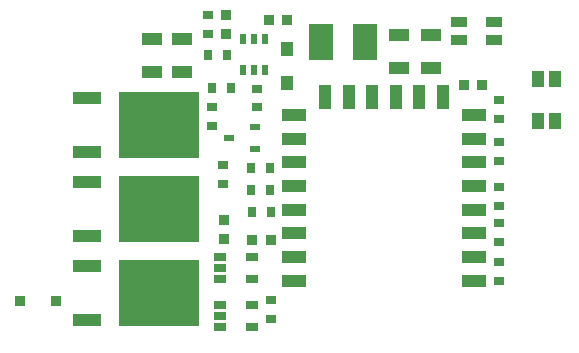
<source format=gbr>
%TF.GenerationSoftware,Altium Limited,Altium Designer,20.1.8 (145)*%
G04 Layer_Color=8421504*
%FSLAX45Y45*%
%MOMM*%
%TF.SameCoordinates,D4C556C9-1411-47D8-9651-3FCF20F6754B*%
%TF.FilePolarity,Positive*%
%TF.FileFunction,Paste,Top*%
%TF.Part,Single*%
G01*
G75*
%TA.AperFunction,SMDPad,CuDef*%
G04:AMPARAMS|DCode=10|XSize=0.8mm|YSize=0.8mm|CornerRadius=0.004mm|HoleSize=0mm|Usage=FLASHONLY|Rotation=180.000|XOffset=0mm|YOffset=0mm|HoleType=Round|Shape=RoundedRectangle|*
%AMROUNDEDRECTD10*
21,1,0.80000,0.79200,0,0,180.0*
21,1,0.79200,0.80000,0,0,180.0*
1,1,0.00800,-0.39600,0.39600*
1,1,0.00800,0.39600,0.39600*
1,1,0.00800,0.39600,-0.39600*
1,1,0.00800,-0.39600,-0.39600*
%
%ADD10ROUNDEDRECTD10*%
G04:AMPARAMS|DCode=12|XSize=0.8mm|YSize=0.75mm|CornerRadius=0.00375mm|HoleSize=0mm|Usage=FLASHONLY|Rotation=90.000|XOffset=0mm|YOffset=0mm|HoleType=Round|Shape=RoundedRectangle|*
%AMROUNDEDRECTD12*
21,1,0.80000,0.74250,0,0,90.0*
21,1,0.79250,0.75000,0,0,90.0*
1,1,0.00750,0.37125,0.39625*
1,1,0.00750,0.37125,-0.39625*
1,1,0.00750,-0.37125,-0.39625*
1,1,0.00750,-0.37125,0.39625*
%
%ADD12ROUNDEDRECTD12*%
%TA.AperFunction,ConnectorPad*%
G04:AMPARAMS|DCode=13|XSize=0.8mm|YSize=0.75mm|CornerRadius=0.00375mm|HoleSize=0mm|Usage=FLASHONLY|Rotation=0.000|XOffset=0mm|YOffset=0mm|HoleType=Round|Shape=RoundedRectangle|*
%AMROUNDEDRECTD13*
21,1,0.80000,0.74250,0,0,0.0*
21,1,0.79250,0.75000,0,0,0.0*
1,1,0.00750,0.39625,-0.37125*
1,1,0.00750,-0.39625,-0.37125*
1,1,0.00750,-0.39625,0.37125*
1,1,0.00750,0.39625,0.37125*
%
%ADD13ROUNDEDRECTD13*%
%TA.AperFunction,SMDPad,CuDef*%
G04:AMPARAMS|DCode=14|XSize=0.8mm|YSize=0.75mm|CornerRadius=0.00375mm|HoleSize=0mm|Usage=FLASHONLY|Rotation=0.000|XOffset=0mm|YOffset=0mm|HoleType=Round|Shape=RoundedRectangle|*
%AMROUNDEDRECTD14*
21,1,0.80000,0.74250,0,0,0.0*
21,1,0.79250,0.75000,0,0,0.0*
1,1,0.00750,0.39625,-0.37125*
1,1,0.00750,-0.39625,-0.37125*
1,1,0.00750,-0.39625,0.37125*
1,1,0.00750,0.39625,0.37125*
%
%ADD14ROUNDEDRECTD14*%
G04:AMPARAMS|DCode=15|XSize=0.95mm|YSize=2.4mm|CornerRadius=0.00475mm|HoleSize=0mm|Usage=FLASHONLY|Rotation=90.000|XOffset=0mm|YOffset=0mm|HoleType=Round|Shape=RoundedRectangle|*
%AMROUNDEDRECTD15*
21,1,0.95000,2.39050,0,0,90.0*
21,1,0.94050,2.40000,0,0,90.0*
1,1,0.00950,1.19525,0.47025*
1,1,0.00950,1.19525,-0.47025*
1,1,0.00950,-1.19525,-0.47025*
1,1,0.00950,-1.19525,0.47025*
%
%ADD15ROUNDEDRECTD15*%
G04:AMPARAMS|DCode=16|XSize=5.55mm|YSize=6.8mm|CornerRadius=0.02775mm|HoleSize=0mm|Usage=FLASHONLY|Rotation=90.000|XOffset=0mm|YOffset=0mm|HoleType=Round|Shape=RoundedRectangle|*
%AMROUNDEDRECTD16*
21,1,5.55000,6.74450,0,0,90.0*
21,1,5.49450,6.80000,0,0,90.0*
1,1,0.05550,3.37225,2.74725*
1,1,0.05550,3.37225,-2.74725*
1,1,0.05550,-3.37225,-2.74725*
1,1,0.05550,-3.37225,2.74725*
%
%ADD16ROUNDEDRECTD16*%
G04:AMPARAMS|DCode=17|XSize=1.65mm|YSize=0.95mm|CornerRadius=0.00475mm|HoleSize=0mm|Usage=FLASHONLY|Rotation=0.000|XOffset=0mm|YOffset=0mm|HoleType=Round|Shape=RoundedRectangle|*
%AMROUNDEDRECTD17*
21,1,1.65000,0.94050,0,0,0.0*
21,1,1.64050,0.95000,0,0,0.0*
1,1,0.00950,0.82025,-0.47025*
1,1,0.00950,-0.82025,-0.47025*
1,1,0.00950,-0.82025,0.47025*
1,1,0.00950,0.82025,0.47025*
%
%ADD17ROUNDEDRECTD17*%
G04:AMPARAMS|DCode=18|XSize=0.8mm|YSize=0.8mm|CornerRadius=0.004mm|HoleSize=0mm|Usage=FLASHONLY|Rotation=90.000|XOffset=0mm|YOffset=0mm|HoleType=Round|Shape=RoundedRectangle|*
%AMROUNDEDRECTD18*
21,1,0.80000,0.79200,0,0,90.0*
21,1,0.79200,0.80000,0,0,90.0*
1,1,0.00800,0.39600,0.39600*
1,1,0.00800,0.39600,-0.39600*
1,1,0.00800,-0.39600,-0.39600*
1,1,0.00800,-0.39600,0.39600*
%
%ADD18ROUNDEDRECTD18*%
G04:AMPARAMS|DCode=19|XSize=0.54mm|YSize=0.9mm|CornerRadius=0.0027mm|HoleSize=0mm|Usage=FLASHONLY|Rotation=0.000|XOffset=0mm|YOffset=0mm|HoleType=Round|Shape=RoundedRectangle|*
%AMROUNDEDRECTD19*
21,1,0.54000,0.89460,0,0,0.0*
21,1,0.53460,0.90000,0,0,0.0*
1,1,0.00540,0.26730,-0.44730*
1,1,0.00540,-0.26730,-0.44730*
1,1,0.00540,-0.26730,0.44730*
1,1,0.00540,0.26730,0.44730*
%
%ADD19ROUNDEDRECTD19*%
G04:AMPARAMS|DCode=20|XSize=0.6mm|YSize=1.05mm|CornerRadius=0.03mm|HoleSize=0mm|Usage=FLASHONLY|Rotation=90.000|XOffset=0mm|YOffset=0mm|HoleType=Round|Shape=RoundedRectangle|*
%AMROUNDEDRECTD20*
21,1,0.60000,0.99000,0,0,90.0*
21,1,0.54000,1.05000,0,0,90.0*
1,1,0.06000,0.49500,0.27000*
1,1,0.06000,0.49500,-0.27000*
1,1,0.06000,-0.49500,-0.27000*
1,1,0.06000,-0.49500,0.27000*
%
%ADD20ROUNDEDRECTD20*%
%TA.AperFunction,ConnectorPad*%
G04:AMPARAMS|DCode=21|XSize=1mm|YSize=2mm|CornerRadius=0.005mm|HoleSize=0mm|Usage=FLASHONLY|Rotation=270.000|XOffset=0mm|YOffset=0mm|HoleType=Round|Shape=RoundedRectangle|*
%AMROUNDEDRECTD21*
21,1,1.00000,1.99000,0,0,270.0*
21,1,0.99000,2.00000,0,0,270.0*
1,1,0.01000,-0.99500,-0.49500*
1,1,0.01000,-0.99500,0.49500*
1,1,0.01000,0.99500,0.49500*
1,1,0.01000,0.99500,-0.49500*
%
%ADD21ROUNDEDRECTD21*%
G04:AMPARAMS|DCode=22|XSize=1mm|YSize=2mm|CornerRadius=0.005mm|HoleSize=0mm|Usage=FLASHONLY|Rotation=0.000|XOffset=0mm|YOffset=0mm|HoleType=Round|Shape=RoundedRectangle|*
%AMROUNDEDRECTD22*
21,1,1.00000,1.99000,0,0,0.0*
21,1,0.99000,2.00000,0,0,0.0*
1,1,0.01000,0.49500,-0.99500*
1,1,0.01000,-0.49500,-0.99500*
1,1,0.01000,-0.49500,0.99500*
1,1,0.01000,0.49500,0.99500*
%
%ADD22ROUNDEDRECTD22*%
%TA.AperFunction,SMDPad,CuDef*%
%ADD23R,2.00000X3.10000*%
%TA.AperFunction,ConnectorPad*%
G04:AMPARAMS|DCode=24|XSize=1.4mm|YSize=1.05mm|CornerRadius=0.00525mm|HoleSize=0mm|Usage=FLASHONLY|Rotation=90.000|XOffset=0mm|YOffset=0mm|HoleType=Round|Shape=RoundedRectangle|*
%AMROUNDEDRECTD24*
21,1,1.40000,1.03950,0,0,90.0*
21,1,1.38950,1.05000,0,0,90.0*
1,1,0.01050,0.51975,0.69475*
1,1,0.01050,0.51975,-0.69475*
1,1,0.01050,-0.51975,-0.69475*
1,1,0.01050,-0.51975,0.69475*
%
%ADD24ROUNDEDRECTD24*%
%TA.AperFunction,SMDPad,CuDef*%
%ADD25R,1.05000X1.25000*%
G04:AMPARAMS|DCode=26|XSize=0.8mm|YSize=1.4mm|CornerRadius=0.004mm|HoleSize=0mm|Usage=FLASHONLY|Rotation=90.000|XOffset=0mm|YOffset=0mm|HoleType=Round|Shape=RoundedRectangle|*
%AMROUNDEDRECTD26*
21,1,0.80000,1.39200,0,0,90.0*
21,1,0.79200,1.40000,0,0,90.0*
1,1,0.00800,0.69600,0.39600*
1,1,0.00800,0.69600,-0.39600*
1,1,0.00800,-0.69600,-0.39600*
1,1,0.00800,-0.69600,0.39600*
%
%ADD26ROUNDEDRECTD26*%
G04:AMPARAMS|DCode=27|XSize=0.55mm|YSize=0.8mm|CornerRadius=0.00275mm|HoleSize=0mm|Usage=FLASHONLY|Rotation=270.000|XOffset=0mm|YOffset=0mm|HoleType=Round|Shape=RoundedRectangle|*
%AMROUNDEDRECTD27*
21,1,0.55000,0.79450,0,0,270.0*
21,1,0.54450,0.80000,0,0,270.0*
1,1,0.00550,-0.39725,-0.27225*
1,1,0.00550,-0.39725,0.27225*
1,1,0.00550,0.39725,0.27225*
1,1,0.00550,0.39725,-0.27225*
%
%ADD27ROUNDEDRECTD27*%
D10*
X2070398Y2939380D02*
D03*
Y3099380D02*
D03*
X2058138Y1368861D02*
D03*
Y1208860D02*
D03*
D12*
X1920328Y2761849D02*
D03*
X2080328D02*
D03*
X2442900Y1810011D02*
D03*
X2282900D02*
D03*
X2444705Y1619136D02*
D03*
X2284704D02*
D03*
X1957123Y2484542D02*
D03*
X2117124D02*
D03*
X2453852Y1433340D02*
D03*
X2293852D02*
D03*
D13*
X1920322Y3100384D02*
D03*
Y2940384D02*
D03*
D14*
X4388613Y2028900D02*
D03*
Y1868900D02*
D03*
Y1645745D02*
D03*
Y1485745D02*
D03*
Y2379579D02*
D03*
Y2219578D02*
D03*
X4388680Y846620D02*
D03*
Y1006620D02*
D03*
X4388613Y1176600D02*
D03*
Y1336600D02*
D03*
X2336817Y2318694D02*
D03*
Y2478694D02*
D03*
X1954583Y2158694D02*
D03*
Y2318694D02*
D03*
X2050518Y1671133D02*
D03*
Y1831133D02*
D03*
X2455865Y530650D02*
D03*
Y690650D02*
D03*
D15*
X896475Y977165D02*
D03*
Y519165D02*
D03*
Y1684810D02*
D03*
Y1226810D02*
D03*
Y2397535D02*
D03*
Y1939535D02*
D03*
D16*
X1506475Y748165D02*
D03*
Y1455810D02*
D03*
Y2168535D02*
D03*
D17*
X1704360Y2620438D02*
D03*
Y2900438D02*
D03*
X3806335Y2929594D02*
D03*
Y2649594D02*
D03*
X3536710Y2929594D02*
D03*
Y2649594D02*
D03*
X1447828Y2620438D02*
D03*
Y2900438D02*
D03*
D18*
X2433879Y3058550D02*
D03*
X2593879D02*
D03*
X2455038Y1200415D02*
D03*
X2295038D02*
D03*
X4084480Y2512284D02*
D03*
X4244480D02*
D03*
X332909Y682174D02*
D03*
X637909D02*
D03*
D19*
X2215171Y2639429D02*
D03*
X2310171D02*
D03*
X2405171D02*
D03*
X2215171Y2894429D02*
D03*
X2310171D02*
D03*
X2405171D02*
D03*
D20*
X2020038Y1053265D02*
D03*
Y958265D02*
D03*
Y863265D02*
D03*
X2295038D02*
D03*
Y1053265D02*
D03*
X2020038Y648520D02*
D03*
Y553520D02*
D03*
Y458520D02*
D03*
X2295038D02*
D03*
Y648520D02*
D03*
D21*
X4171115Y853660D02*
D03*
Y2053660D02*
D03*
X2651115Y2253660D02*
D03*
X4171115Y1053660D02*
D03*
Y1253660D02*
D03*
Y1453660D02*
D03*
Y1653660D02*
D03*
Y1853660D02*
D03*
Y2253660D02*
D03*
X2651115Y2053660D02*
D03*
Y1853660D02*
D03*
Y1653660D02*
D03*
Y1453660D02*
D03*
Y1253660D02*
D03*
Y1053660D02*
D03*
Y853660D02*
D03*
D22*
X3911115Y2403660D02*
D03*
X3711115D02*
D03*
X3511115D02*
D03*
X3311115D02*
D03*
X3111115D02*
D03*
X2911115D02*
D03*
D23*
X3249345Y2876520D02*
D03*
X2879345D02*
D03*
D24*
X4717516Y2560000D02*
D03*
X4862516D02*
D03*
Y2200000D02*
D03*
X4717516D02*
D03*
D25*
X2593879Y2526059D02*
D03*
Y2811059D02*
D03*
D26*
X4343846Y3044034D02*
D03*
Y2894034D02*
D03*
X4043846D02*
D03*
Y3044034D02*
D03*
D27*
X2316823Y1966001D02*
D03*
Y2156001D02*
D03*
X2096823Y2061001D02*
D03*
%TF.MD5,606b518d91319065df140e4ecfe0dc65*%
M02*

</source>
